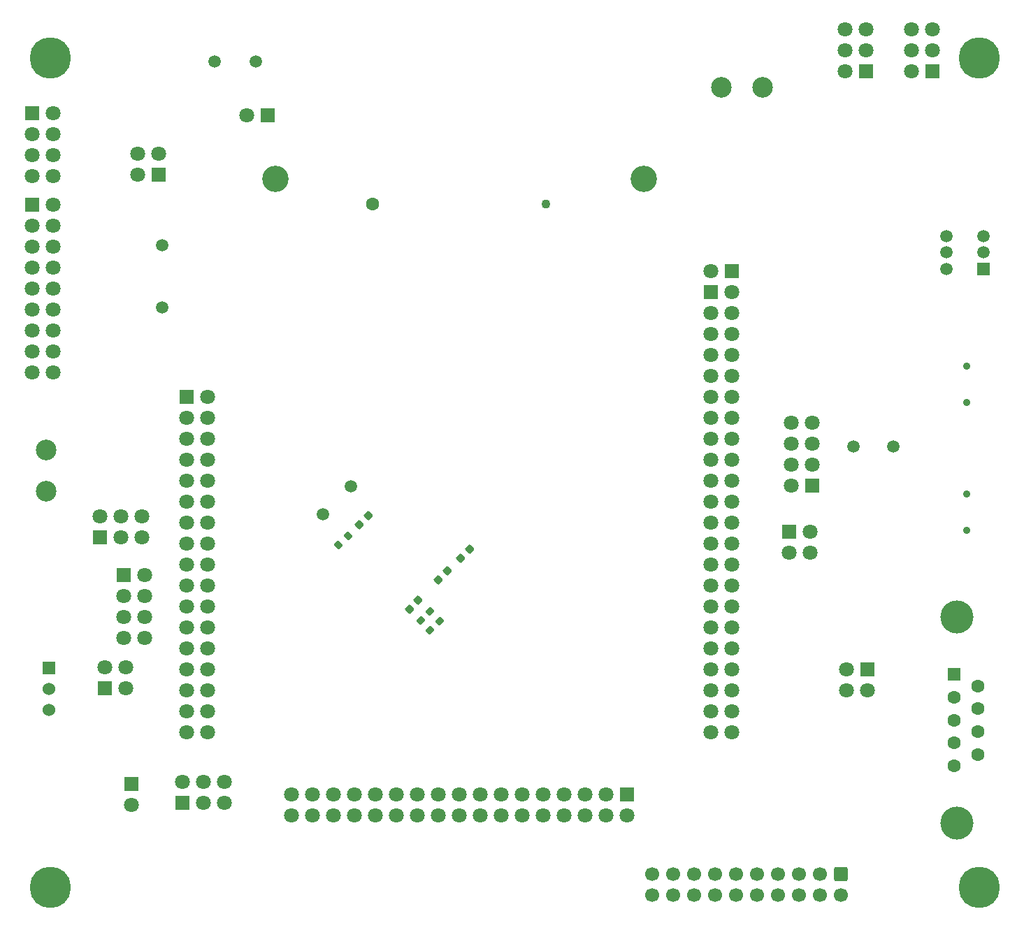
<source format=gbr>
%TF.GenerationSoftware,KiCad,Pcbnew,8.0.5*%
%TF.CreationDate,2025-04-27T01:42:02+08:00*%
%TF.ProjectId,STM32_learning,53544d33-325f-46c6-9561-726e696e672e,rev?*%
%TF.SameCoordinates,Original*%
%TF.FileFunction,Soldermask,Bot*%
%TF.FilePolarity,Negative*%
%FSLAX46Y46*%
G04 Gerber Fmt 4.6, Leading zero omitted, Abs format (unit mm)*
G04 Created by KiCad (PCBNEW 8.0.5) date 2025-04-27 01:42:02*
%MOMM*%
%LPD*%
G01*
G04 APERTURE LIST*
G04 Aperture macros list*
%AMRoundRect*
0 Rectangle with rounded corners*
0 $1 Rounding radius*
0 $2 $3 $4 $5 $6 $7 $8 $9 X,Y pos of 4 corners*
0 Add a 4 corners polygon primitive as box body*
4,1,4,$2,$3,$4,$5,$6,$7,$8,$9,$2,$3,0*
0 Add four circle primitives for the rounded corners*
1,1,$1+$1,$2,$3*
1,1,$1+$1,$4,$5*
1,1,$1+$1,$6,$7*
1,1,$1+$1,$8,$9*
0 Add four rect primitives between the rounded corners*
20,1,$1+$1,$2,$3,$4,$5,0*
20,1,$1+$1,$4,$5,$6,$7,0*
20,1,$1+$1,$6,$7,$8,$9,0*
20,1,$1+$1,$8,$9,$2,$3,0*%
G04 Aperture macros list end*
%ADD10C,3.200000*%
%ADD11R,1.800000X1.800000*%
%ADD12C,1.800000*%
%ADD13RoundRect,0.250000X-0.600000X0.600000X-0.600000X-0.600000X0.600000X-0.600000X0.600000X0.600000X0*%
%ADD14C,1.700000*%
%ADD15C,1.500000*%
%ADD16R,1.500000X1.500000*%
%ADD17C,4.000000*%
%ADD18R,1.600000X1.600000*%
%ADD19C,1.600000*%
%ADD20C,1.100000*%
%ADD21C,5.000000*%
%ADD22R,1.524000X1.524000*%
%ADD23C,1.524000*%
%ADD24C,0.900000*%
%ADD25C,2.500000*%
%ADD26RoundRect,0.225000X-0.017678X0.335876X-0.335876X0.017678X0.017678X-0.335876X0.335876X-0.017678X0*%
%ADD27RoundRect,0.200000X0.335876X0.053033X0.053033X0.335876X-0.335876X-0.053033X-0.053033X-0.335876X0*%
%ADD28RoundRect,0.200000X0.053033X-0.335876X0.335876X-0.053033X-0.053033X0.335876X-0.335876X0.053033X0*%
%ADD29RoundRect,0.225000X0.017678X-0.335876X0.335876X-0.017678X-0.017678X0.335876X-0.335876X0.017678X0*%
G04 APERTURE END LIST*
D10*
%TO.C,J22*%
X57770000Y-59180000D03*
X102350000Y-59180000D03*
D11*
X100320000Y-133730000D03*
D12*
X100320000Y-136270000D03*
X97780000Y-133730000D03*
X97780000Y-136270000D03*
X95240000Y-133730000D03*
X95240000Y-136270000D03*
X92700000Y-133730000D03*
X92700000Y-136270000D03*
X90160000Y-133730000D03*
X90160000Y-136270000D03*
X87620000Y-133730000D03*
X87620000Y-136270000D03*
X85080000Y-133730000D03*
X85080000Y-136270000D03*
X82540000Y-133730000D03*
X82540000Y-136270000D03*
X80000000Y-133730000D03*
X80000000Y-136270000D03*
X77460000Y-133730000D03*
X77460000Y-136270000D03*
X74920000Y-133730000D03*
X74920000Y-136270000D03*
X72380000Y-133730000D03*
X72380000Y-136270000D03*
X69840000Y-133730000D03*
X69840000Y-136270000D03*
X67300000Y-133730000D03*
X67300000Y-136270000D03*
X64760000Y-133730000D03*
X64760000Y-136270000D03*
X62220000Y-133730000D03*
X62220000Y-136270000D03*
X59680000Y-133730000D03*
X59680000Y-136270000D03*
%TD*%
D11*
%TO.C,J18*%
X56772500Y-51460000D03*
D12*
X54232500Y-51460000D03*
%TD*%
D11*
%TO.C,J4*%
X46460000Y-134770000D03*
D12*
X46460000Y-132230000D03*
X49000000Y-134770000D03*
X49000000Y-132230000D03*
X51540000Y-134770000D03*
X51540000Y-132230000D03*
%TD*%
D13*
%TO.C,J6*%
X126230000Y-143447500D03*
D14*
X126230000Y-145987500D03*
X123690000Y-143447500D03*
X123690000Y-145987500D03*
X121150000Y-143447500D03*
X121150000Y-145987500D03*
X118610000Y-143447500D03*
X118610000Y-145987500D03*
X116070000Y-143447500D03*
X116070000Y-145987500D03*
X113530000Y-143447500D03*
X113530000Y-145987500D03*
X110990000Y-143447500D03*
X110990000Y-145987500D03*
X108450000Y-143447500D03*
X108450000Y-145987500D03*
X105910000Y-143447500D03*
X105910000Y-145987500D03*
X103370000Y-143447500D03*
X103370000Y-145987500D03*
%TD*%
D11*
%TO.C,J23*%
X129289000Y-46131000D03*
D12*
X126749000Y-46131000D03*
X129289000Y-43591000D03*
X126749000Y-43591000D03*
X129289000Y-41051000D03*
X126749000Y-41051000D03*
%TD*%
D15*
%TO.C,LS1*%
X50387500Y-44950000D03*
X55387500Y-44950000D03*
%TD*%
D11*
%TO.C,J12*%
X39389500Y-107139000D03*
D12*
X41929500Y-107139000D03*
X39389500Y-109679000D03*
X41929500Y-109679000D03*
X39389500Y-112219000D03*
X41929500Y-112219000D03*
X39389500Y-114759000D03*
X41929500Y-114759000D03*
%TD*%
D11*
%TO.C,D3*%
X40315000Y-132450000D03*
D12*
X40315000Y-134990000D03*
%TD*%
D11*
%TO.C,J19*%
X119979000Y-101951000D03*
D12*
X122519000Y-101951000D03*
X119979000Y-104491000D03*
X122519000Y-104491000D03*
%TD*%
D11*
%TO.C,J20*%
X28230000Y-51190000D03*
D12*
X30770000Y-51190000D03*
X28230000Y-53730000D03*
X30770000Y-53730000D03*
X28230000Y-56270000D03*
X30770000Y-56270000D03*
X28230000Y-58810000D03*
X30770000Y-58810000D03*
%TD*%
D11*
%TO.C,J13*%
X113040000Y-70310000D03*
D12*
X110500000Y-70310000D03*
%TD*%
D15*
%TO.C,Y3*%
X132609000Y-91611000D03*
X127729000Y-91611000D03*
%TD*%
D16*
%TO.C,SW1*%
X143519000Y-70091000D03*
D15*
X143519000Y-68091000D03*
X143519000Y-66091000D03*
X139019000Y-70091000D03*
X139019000Y-68091000D03*
X139019000Y-66091000D03*
%TD*%
D17*
%TO.C,J8*%
X140275875Y-137256625D03*
X140275875Y-112256625D03*
D18*
X139975875Y-119216625D03*
D19*
X139975875Y-121986625D03*
X139975875Y-124756625D03*
X139975875Y-127526625D03*
X139975875Y-130296625D03*
X142815875Y-120601625D03*
X142815875Y-123371625D03*
X142815875Y-126141625D03*
X142815875Y-128911625D03*
%TD*%
D15*
%TO.C,BT1*%
X44025000Y-74725000D03*
X44025000Y-67225000D03*
%TD*%
%TO.C,Y1*%
X63467589Y-99832412D03*
X66918270Y-96381731D03*
%TD*%
D11*
%TO.C,J21*%
X28230000Y-62340000D03*
D12*
X30770000Y-62340000D03*
X28230000Y-64880000D03*
X30770000Y-64880000D03*
X28230000Y-67420000D03*
X30770000Y-67420000D03*
X28230000Y-69960000D03*
X30770000Y-69960000D03*
X28230000Y-72500000D03*
X30770000Y-72500000D03*
X28230000Y-75040000D03*
X30770000Y-75040000D03*
X28230000Y-77580000D03*
X30770000Y-77580000D03*
X28230000Y-80120000D03*
X30770000Y-80120000D03*
X28230000Y-82660000D03*
X30770000Y-82660000D03*
%TD*%
D20*
%TO.C,J15*%
X90500000Y-62175000D03*
D19*
X69500000Y-62175000D03*
%TD*%
D21*
%TO.C,*%
X143000000Y-145000000D03*
%TD*%
D22*
%TO.C,D4*%
X30295000Y-118395000D03*
D23*
X30295000Y-120935000D03*
X30295000Y-123475000D03*
%TD*%
D24*
%TO.C,J1*%
X141494000Y-101771000D03*
X141494000Y-97371000D03*
%TD*%
D11*
%TO.C,J10*%
X36522500Y-102617500D03*
D12*
X36522500Y-100077500D03*
X39062500Y-102617500D03*
X39062500Y-100077500D03*
X41602500Y-102617500D03*
X41602500Y-100077500D03*
%TD*%
D11*
%TO.C,J5*%
X122789000Y-96361000D03*
D12*
X120249000Y-96361000D03*
X122789000Y-93821000D03*
X120249000Y-93821000D03*
X122789000Y-91281000D03*
X120249000Y-91281000D03*
X122789000Y-88741000D03*
X120249000Y-88741000D03*
%TD*%
D25*
%TO.C,J14*%
X111725000Y-48082600D03*
X116725000Y-48082600D03*
%TD*%
%TO.C,J11*%
X29965000Y-97050000D03*
X29965000Y-92050000D03*
%TD*%
D11*
%TO.C,J3*%
X110500000Y-72850000D03*
D12*
X113040000Y-72850000D03*
X110500000Y-75390000D03*
X113040000Y-75390000D03*
X110500000Y-77930000D03*
X113040000Y-77930000D03*
X110500000Y-80470000D03*
X113040000Y-80470000D03*
X110500000Y-83010000D03*
X113040000Y-83010000D03*
X110500000Y-85550000D03*
X113040000Y-85550000D03*
X110500000Y-88090000D03*
X113040000Y-88090000D03*
X110500000Y-90630000D03*
X113040000Y-90630000D03*
X110500000Y-93170000D03*
X113040000Y-93170000D03*
X110500000Y-95710000D03*
X113040000Y-95710000D03*
X110500000Y-98250000D03*
X113040000Y-98250000D03*
X110500000Y-100790000D03*
X113040000Y-100790000D03*
X110500000Y-103330000D03*
X113040000Y-103330000D03*
X110500000Y-105870000D03*
X113040000Y-105870000D03*
X110500000Y-108410000D03*
X113040000Y-108410000D03*
X110500000Y-110950000D03*
X113040000Y-110950000D03*
X110500000Y-113490000D03*
X113040000Y-113490000D03*
X110500000Y-116030000D03*
X113040000Y-116030000D03*
X110500000Y-118570000D03*
X113040000Y-118570000D03*
X110500000Y-121110000D03*
X113040000Y-121110000D03*
X110500000Y-123650000D03*
X113040000Y-123650000D03*
X110500000Y-126190000D03*
X113040000Y-126190000D03*
%TD*%
D11*
%TO.C,J2*%
X46960000Y-85550000D03*
D12*
X49500000Y-85550000D03*
X46960000Y-88090000D03*
X49500000Y-88090000D03*
X46960000Y-90630000D03*
X49500000Y-90630000D03*
X46960000Y-93170000D03*
X49500000Y-93170000D03*
X46960000Y-95710000D03*
X49500000Y-95710000D03*
X46960000Y-98250000D03*
X49500000Y-98250000D03*
X46960000Y-100790000D03*
X49500000Y-100790000D03*
X46960000Y-103330000D03*
X49500000Y-103330000D03*
X46960000Y-105870000D03*
X49500000Y-105870000D03*
X46960000Y-108410000D03*
X49500000Y-108410000D03*
X46960000Y-110950000D03*
X49500000Y-110950000D03*
X46960000Y-113490000D03*
X49500000Y-113490000D03*
X46960000Y-116030000D03*
X49500000Y-116030000D03*
X46960000Y-118570000D03*
X49500000Y-118570000D03*
X46960000Y-121110000D03*
X49500000Y-121110000D03*
X46960000Y-123650000D03*
X49500000Y-123650000D03*
X46960000Y-126190000D03*
X49500000Y-126190000D03*
%TD*%
D21*
%TO.C,*%
X30500000Y-145000000D03*
%TD*%
D24*
%TO.C,J16*%
X141494000Y-86291000D03*
X141494000Y-81891000D03*
%TD*%
D11*
%TO.C,J17*%
X37055000Y-120905000D03*
D12*
X37055000Y-118365000D03*
X39595000Y-120905000D03*
X39595000Y-118365000D03*
%TD*%
D11*
%TO.C,J24*%
X137289000Y-46131000D03*
D12*
X134749000Y-46131000D03*
X137289000Y-43591000D03*
X134749000Y-43591000D03*
X137289000Y-41051000D03*
X134749000Y-41051000D03*
%TD*%
D21*
%TO.C,REF\u002A\u002A*%
X30500000Y-44500000D03*
%TD*%
D11*
%TO.C,J25*%
X43559500Y-58644500D03*
D12*
X41019500Y-58644500D03*
X43559500Y-56104500D03*
X41019500Y-56104500D03*
%TD*%
D11*
%TO.C,J9*%
X129460875Y-118601625D03*
D12*
X129460875Y-121141625D03*
X126920875Y-118601625D03*
X126920875Y-121141625D03*
%TD*%
D21*
%TO.C,REF\u002A\u002A*%
X143000000Y-44500000D03*
%TD*%
D26*
%TO.C,C11*%
X69019759Y-99980241D03*
X67923743Y-101076257D03*
%TD*%
D27*
%TO.C,R1*%
X76483363Y-113858363D03*
X75316637Y-112691637D03*
%TD*%
D28*
%TO.C,R3*%
X65388388Y-103561612D03*
X66555114Y-102394886D03*
%TD*%
D29*
%TO.C,C5*%
X77480241Y-107769759D03*
X78576257Y-106673743D03*
%TD*%
%TO.C,C10*%
X73951992Y-111298008D03*
X75048008Y-110201992D03*
%TD*%
D26*
%TO.C,C31*%
X81269759Y-104030241D03*
X80173743Y-105126257D03*
%TD*%
D27*
%TO.C,R2*%
X77608363Y-112758363D03*
X76441637Y-111591637D03*
%TD*%
M02*

</source>
